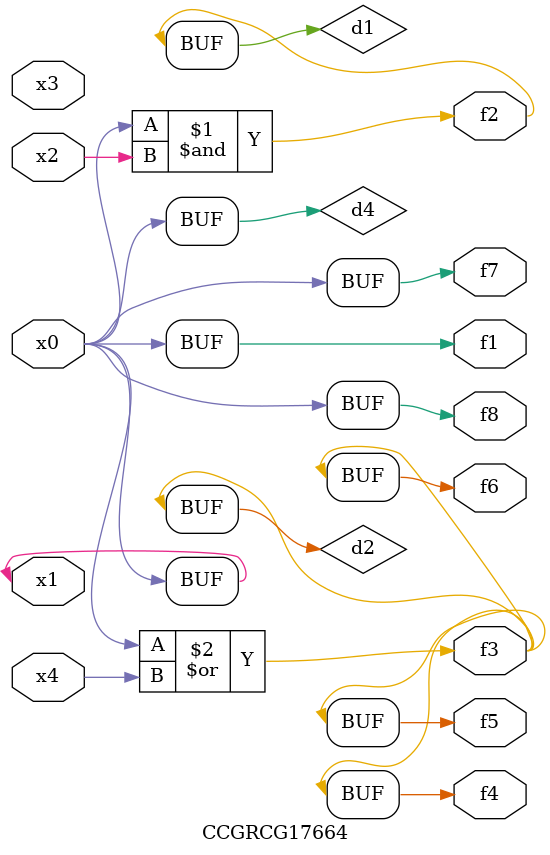
<source format=v>
module CCGRCG17664(
	input x0, x1, x2, x3, x4,
	output f1, f2, f3, f4, f5, f6, f7, f8
);

	wire d1, d2, d3, d4;

	and (d1, x0, x2);
	or (d2, x0, x4);
	nand (d3, x0, x2);
	buf (d4, x0, x1);
	assign f1 = d4;
	assign f2 = d1;
	assign f3 = d2;
	assign f4 = d2;
	assign f5 = d2;
	assign f6 = d2;
	assign f7 = d4;
	assign f8 = d4;
endmodule

</source>
